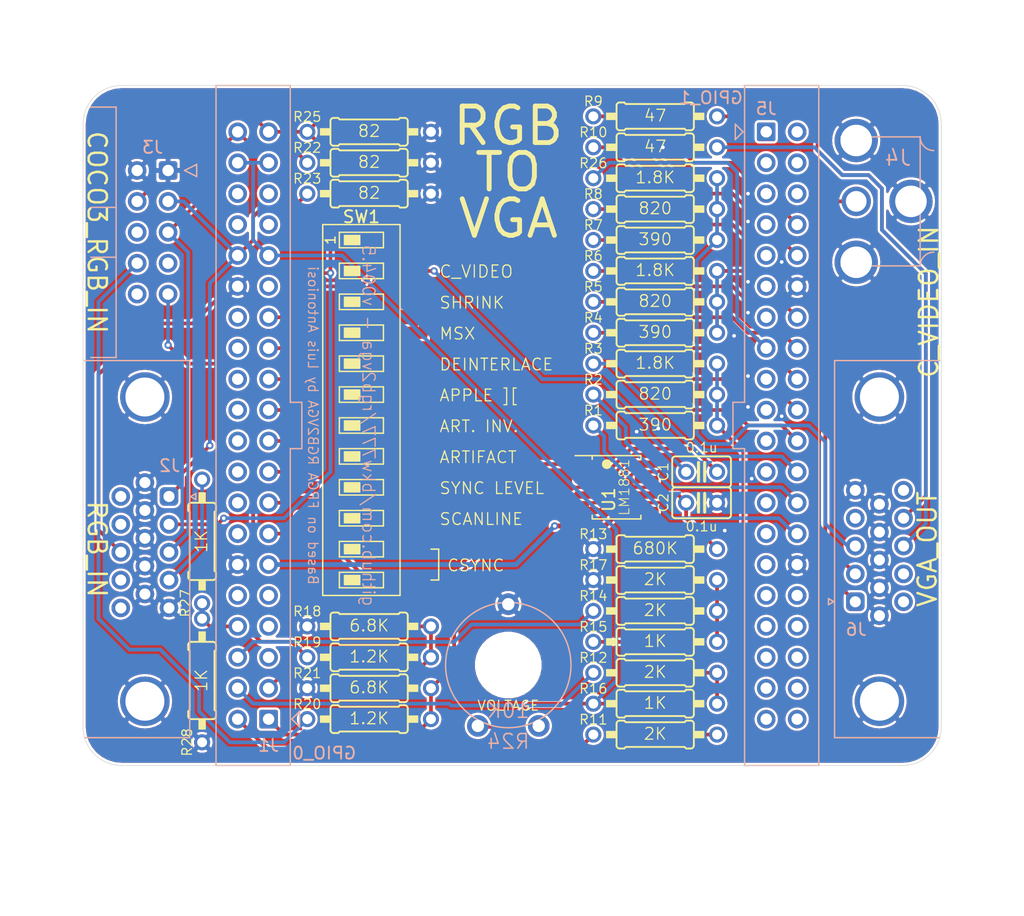
<source format=kicad_pcb>
(kicad_pcb (version 20171130) (host pcbnew 5.1.12-84ad8e8a86~92~ubuntu21.04.1)
  (title_block (title "DE0-NANO RGB2VGA") (date 2021-11-26) (rev 004.5) (company "Brian K. White - b.kenyon.w@gmail.com") (comment 1 "Original Design: Luis Antoniosi"))
  (layers (0 Top signal) (31 Bottom signal) (34 B.Paste user hide) (35 F.Paste user hide) (36 B.SilkS user) (37 F.SilkS user) (38 B.Mask user hide) (39 F.Mask user) (44 Edge.Cuts user))
  (net 0 "")
  (net 1 GND)
  (net 2 /RSET)
  (net 3 /DIFF_N)
  (net 4 +5V)
  (net 5 /_BRIGHT)
  (net 6 /D0)
  (net 7 /D1)
  (net 8 /_VSYNC)
  (net 9 /D2)
  (net 10 /_HSYNC)
  (net 11 /R2)
  (net 12 /R1)
  (net 13 /R0)
  (net 14 /G2)
  (net 15 /G1)
  (net 16 /G0)
  (net 17 /B1)
  (net 18 /B2)
  (net 19 /B0)
  (net 20 /HS)
  (net 21 /VS)
  (net 22 "Net-(R12-Pad2)")
  (net 23 "Net-(R14-Pad2)")
  (net 24 "Net-(C1-Pad2)")
  (net 25 /SW_SHRINK)
  (net 26 /SW_MSX)
  (net 27 /SW_DEINT)
  (net 28 /SW_APPLE_][)
  (net 29 /SW_ARTIF_INV)
  (net 30 /SW_ARTIFACT)
  (net 31 /SW_SYNC_LVL)
  (net 32 /SW_SCANLINE)
  (net 33 /SW_C_HS)
  (net 34 /SW_C_VS)
  (net 35 /VGA_V)
  (net 36 /VGA_H)
  (net 37 /VGA_B)
  (net 38 /VGA_G)
  (net 39 /VGA_R)
  (net 40 /RGB_CS)
  (net 41 /RGB_B)
  (net 42 /RGB_G)
  (net 43 /RGB_R)
  (net 44 /RGB_BR)
  (net 45 /RGB_H)
  (net 46 /RGB_V)
  (module 000_LOCAL:0207_10 (layer Top) (at 154.94 126.365)
    (fp_text reference R11 (at -5.08 -0.762 unlocked) (layer F.SilkS) (effects (font (size 0.8 0.8) (thickness 0.1)) (justify bottom)))
    (fp_text value 2K (at 0 0.5 unlocked) (layer F.SilkS) (effects (font (size 0.9652 0.9652) (thickness 0.1016)) (justify bottom)))
    (pad 2 thru_hole circle (at 5.08 0) (size 1.3208 1.3208) (drill 0.8128) (layers *.Cu *.Mask) (net 3 /DIFF_N))
    (pad 1 thru_hole circle (at -5.08 0) (size 1.3208 1.3208) (drill 0.8128) (layers *.Cu *.Mask) (net 9 /D2))
  )
  (module 000_LOCAL:0207_10 (layer Top) (at 154.94 123.825)
    (fp_text reference R16 (at -5.08 -0.762 unlocked) (layer F.SilkS) (effects (font (size 0.8 0.8) (thickness 0.1)) (justify bottom)))
    (fp_text value 1K (at 0 0.5 unlocked) (layer F.SilkS) (effects (font (size 0.9652 0.9652) (thickness 0.1016)) (justify bottom)))
    (pad 2 thru_hole circle (at 5.08 0) (size 1.3208 1.3208) (drill 0.8128) (layers *.Cu *.Mask) (net 22 "Net-(R12-Pad2)"))
    (pad 1 thru_hole circle (at -5.08 0) (size 1.3208 1.3208) (drill 0.8128) (layers *.Cu *.Mask) (net 3 /DIFF_N))
  )
  (module 000_LOCAL:0207_10 (layer Top) (at 154.94 121.285)
    (fp_text reference R12 (at -5.08 -0.762 unlocked) (layer F.SilkS) (effects (font (size 0.8 0.8) (thickness 0.1)) (justify bottom)))
    (fp_text value 2K (at 0 0.5 unlocked) (layer F.SilkS) (effects (font (size 0.9652 0.9652) (thickness 0.1016)) (justify bottom)))
    (pad 2 thru_hole circle (at 5.08 0) (size 1.3208 1.3208) (drill 0.8128) (layers *.Cu *.Mask) (net 22 "Net-(R12-Pad2)"))
    (pad 1 thru_hole circle (at -5.08 0) (size 1.3208 1.3208) (drill 0.8128) (layers *.Cu *.Mask) (net 7 /D1))
  )
  (module 000_LOCAL:0207_10 (layer Top) (at 154.94 118.745)
    (fp_text reference R15 (at -5.08 -0.762 unlocked) (layer F.SilkS) (effects (font (size 0.8 0.8) (thickness 0.1)) (justify bottom)))
    (fp_text value 1K (at 0 0.5 unlocked) (layer F.SilkS) (effects (font (size 0.9652 0.9652) (thickness 0.1016)) (justify bottom)))
    (pad 2 thru_hole circle (at 5.08 0) (size 1.3208 1.3208) (drill 0.8128) (layers *.Cu *.Mask) (net 23 "Net-(R14-Pad2)"))
    (pad 1 thru_hole circle (at -5.08 0) (size 1.3208 1.3208) (drill 0.8128) (layers *.Cu *.Mask) (net 22 "Net-(R12-Pad2)"))
  )
  (module 000_LOCAL:0207_10 (layer Top) (at 154.94 116.205)
    (fp_text reference R14 (at -5.08 -0.762 unlocked) (layer F.SilkS) (effects (font (size 0.8 0.8) (thickness 0.1)) (justify bottom)))
    (fp_text value 2K (at 0 0.5 unlocked) (layer F.SilkS) (effects (font (size 0.9652 0.9652) (thickness 0.1016)) (justify bottom)))
    (pad 2 thru_hole circle (at 5.08 0) (size 1.3208 1.3208) (drill 0.8128) (layers *.Cu *.Mask) (net 23 "Net-(R14-Pad2)"))
    (pad 1 thru_hole circle (at -5.08 0) (size 1.3208 1.3208) (drill 0.8128) (layers *.Cu *.Mask) (net 6 /D0))
  )
  (module 000_LOCAL:0207_10 (layer Top) (at 154.94 113.665)
    (fp_text reference R17 (at -5.08 -0.762 unlocked) (layer F.SilkS) (effects (font (size 0.8 0.8) (thickness 0.1)) (justify bottom)))
    (fp_text value 2K (at 0 0.5 unlocked) (layer F.SilkS) (effects (font (size 0.9652 0.9652) (thickness 0.1016)) (justify bottom)))
    (pad 2 thru_hole circle (at 5.08 0) (size 1.3208 1.3208) (drill 0.8128) (layers *.Cu *.Mask) (net 23 "Net-(R14-Pad2)"))
    (pad 1 thru_hole circle (at -5.08 0) (size 1.3208 1.3208) (drill 0.8128) (layers *.Cu *.Mask) (net 1 GND))
  )
  (module 000_LOCAL:0207_10 (layer Top) (at 154.94 111.125)
    (fp_text reference R13 (at -5.08 -0.762 unlocked) (layer F.SilkS) (effects (font (size 0.8 0.8) (thickness 0.1)) (justify bottom)))
    (fp_text value 680K (at 0 0.5 unlocked) (layer F.SilkS) (effects (font (size 0.9652 0.9652) (thickness 0.1016)) (justify bottom)))
    (pad 2 thru_hole circle (at 5.08 0) (size 1.3208 1.3208) (drill 0.8128) (layers *.Cu *.Mask) (net 2 /RSET))
    (pad 1 thru_hole circle (at -5.08 0) (size 1.3208 1.3208) (drill 0.8128) (layers *.Cu *.Mask) (net 1 GND))
  )
  (module 000_LOCAL:0207_10 (layer Top) (at 154.94 100.965)
    (fp_text reference R1 (at -5.08 -0.762 unlocked) (layer F.SilkS) (effects (font (size 0.8 0.8) (thickness 0.1)) (justify bottom)))
    (fp_text value 390 (at 0 0.5 unlocked) (layer F.SilkS) (effects (font (size 0.9652 0.9652) (thickness 0.1016)) (justify bottom)))
    (pad 2 thru_hole circle (at 5.08 0) (size 1.3208 1.3208) (drill 0.8128) (layers *.Cu *.Mask) (net 39 /VGA_R))
    (pad 1 thru_hole circle (at -5.08 0) (size 1.3208 1.3208) (drill 0.8128) (layers *.Cu *.Mask) (net 11 /R2))
  )
  (module 000_LOCAL:0207_10 (layer Top) (at 154.94 98.425)
    (fp_text reference R2 (at -5.08 -0.762 unlocked) (layer F.SilkS) (effects (font (size 0.8 0.8) (thickness 0.1)) (justify bottom)))
    (fp_text value 820 (at 0 0.5 unlocked) (layer F.SilkS) (effects (font (size 0.9652 0.9652) (thickness 0.1016)) (justify bottom)))
    (pad 2 thru_hole circle (at 5.08 0) (size 1.3208 1.3208) (drill 0.8128) (layers *.Cu *.Mask) (net 39 /VGA_R))
    (pad 1 thru_hole circle (at -5.08 0) (size 1.3208 1.3208) (drill 0.8128) (layers *.Cu *.Mask) (net 12 /R1))
  )
  (module 000_LOCAL:0207_10 (layer Top) (at 154.94 95.885)
    (fp_text reference R3 (at -5.08 -0.762 unlocked) (layer F.SilkS) (effects (font (size 0.8 0.8) (thickness 0.1)) (justify bottom)))
    (fp_text value 1.8K (at 0 0.5 unlocked) (layer F.SilkS) (effects (font (size 0.9652 0.9652) (thickness 0.1016)) (justify bottom)))
    (pad 2 thru_hole circle (at 5.08 0) (size 1.3208 1.3208) (drill 0.8128) (layers *.Cu *.Mask) (net 39 /VGA_R))
    (pad 1 thru_hole circle (at -5.08 0) (size 1.3208 1.3208) (drill 0.8128) (layers *.Cu *.Mask) (net 13 /R0))
  )
  (module 000_LOCAL:0207_10 (layer Top) (at 154.94 93.345)
    (fp_text reference R4 (at -5.08 -0.762 unlocked) (layer F.SilkS) (effects (font (size 0.8 0.8) (thickness 0.1)) (justify bottom)))
    (fp_text value 390 (at 0 0.5 unlocked) (layer F.SilkS) (effects (font (size 0.9652 0.9652) (thickness 0.1016)) (justify bottom)))
    (pad 2 thru_hole circle (at 5.08 0) (size 1.3208 1.3208) (drill 0.8128) (layers *.Cu *.Mask) (net 38 /VGA_G))
    (pad 1 thru_hole circle (at -5.08 0) (size 1.3208 1.3208) (drill 0.8128) (layers *.Cu *.Mask) (net 14 /G2))
  )
  (module 000_LOCAL:0207_10 (layer Top) (at 154.94 90.805)
    (fp_text reference R5 (at -5.08 -0.762 unlocked) (layer F.SilkS) (effects (font (size 0.8 0.8) (thickness 0.1)) (justify bottom)))
    (fp_text value 820 (at 0 0.5 unlocked) (layer F.SilkS) (effects (font (size 0.9652 0.9652) (thickness 0.1016)) (justify bottom)))
    (pad 2 thru_hole circle (at 5.08 0) (size 1.3208 1.3208) (drill 0.8128) (layers *.Cu *.Mask) (net 38 /VGA_G))
    (pad 1 thru_hole circle (at -5.08 0) (size 1.3208 1.3208) (drill 0.8128) (layers *.Cu *.Mask) (net 15 /G1))
  )
  (module 000_LOCAL:0207_10 (layer Top) (at 154.94 88.265)
    (fp_text reference R6 (at -5.08 -0.762 unlocked) (layer F.SilkS) (effects (font (size 0.8 0.8) (thickness 0.1)) (justify bottom)))
    (fp_text value 1.8K (at 0 0.5 unlocked) (layer F.SilkS) (effects (font (size 0.9652 0.9652) (thickness 0.1016)) (justify bottom)))
    (pad 2 thru_hole circle (at 5.08 0) (size 1.3208 1.3208) (drill 0.8128) (layers *.Cu *.Mask) (net 38 /VGA_G))
    (pad 1 thru_hole circle (at -5.08 0) (size 1.3208 1.3208) (drill 0.8128) (layers *.Cu *.Mask) (net 16 /G0))
  )
  (module 000_LOCAL:0207_10 (layer Top) (at 154.94 85.725)
    (fp_text reference R7 (at -5.08 -0.762 unlocked) (layer F.SilkS) (effects (font (size 0.8 0.8) (thickness 0.1)) (justify bottom)))
    (fp_text value 390 (at 0 0.5 unlocked) (layer F.SilkS) (effects (font (size 0.9652 0.9652) (thickness 0.1016)) (justify bottom)))
    (pad 2 thru_hole circle (at 5.08 0) (size 1.3208 1.3208) (drill 0.8128) (layers *.Cu *.Mask) (net 37 /VGA_B))
    (pad 1 thru_hole circle (at -5.08 0) (size 1.3208 1.3208) (drill 0.8128) (layers *.Cu *.Mask) (net 18 /B2))
  )
  (module 000_LOCAL:0207_10 (layer Top) (at 154.94 83.185)
    (fp_text reference R8 (at -5.08 -0.762 unlocked) (layer F.SilkS) (effects (font (size 0.8 0.8) (thickness 0.1)) (justify bottom)))
    (fp_text value 820 (at 0 0.5 unlocked) (layer F.SilkS) (effects (font (size 0.9652 0.9652) (thickness 0.1016)) (justify bottom)))
    (pad 2 thru_hole circle (at 5.08 0) (size 1.3208 1.3208) (drill 0.8128) (layers *.Cu *.Mask) (net 37 /VGA_B))
    (pad 1 thru_hole circle (at -5.08 0) (size 1.3208 1.3208) (drill 0.8128) (layers *.Cu *.Mask) (net 17 /B1))
  )
  (module 000_LOCAL:0207_10 (layer Top) (at 154.94 80.645)
    (fp_text reference R26 (at -5.08 -0.762 unlocked) (layer F.SilkS) (effects (font (size 0.8 0.8) (thickness 0.1)) (justify bottom)))
    (fp_text value 1.8K (at 0 0.5 unlocked) (layer F.SilkS) (effects (font (size 0.9652 0.9652) (thickness 0.1016)) (justify bottom)))
    (pad 2 thru_hole circle (at 5.08 0) (size 1.3208 1.3208) (drill 0.8128) (layers *.Cu *.Mask) (net 37 /VGA_B))
    (pad 1 thru_hole circle (at -5.08 0) (size 1.3208 1.3208) (drill 0.8128) (layers *.Cu *.Mask) (net 19 /B0))
  )
  (module 000_LOCAL:0207_10 (layer Top) (at 154.94 78.105)
    (fp_text reference R10 (at -5.08 -0.762 unlocked) (layer F.SilkS) (effects (font (size 0.8 0.8) (thickness 0.1)) (justify bottom)))
    (fp_text value 47 (at 0 0.5 unlocked) (layer F.SilkS) (effects (font (size 0.9652 0.9652) (thickness 0.1016)) (justify bottom)))
    (pad 2 thru_hole circle (at 5.08 0) (size 1.3208 1.3208) (drill 0.8128) (layers *.Cu *.Mask) (net 36 /VGA_H))
    (pad 1 thru_hole circle (at -5.08 0) (size 1.3208 1.3208) (drill 0.8128) (layers *.Cu *.Mask) (net 20 /HS))
  )
  (module 000_LOCAL:0207_10 (layer Top) (at 154.94 75.565)
    (fp_text reference R9 (at -5.08 -0.762 unlocked) (layer F.SilkS) (effects (font (size 0.8 0.8) (thickness 0.1)) (justify bottom)))
    (fp_text value 47 (at 0 0.5 unlocked) (layer F.SilkS) (effects (font (size 0.9652 0.9652) (thickness 0.1016)) (justify bottom)))
    (pad 2 thru_hole circle (at 5.08 0) (size 1.3208 1.3208) (drill 0.8128) (layers *.Cu *.Mask) (net 35 /VGA_V))
    (pad 1 thru_hole circle (at -5.08 0) (size 1.3208 1.3208) (drill 0.8128) (layers *.Cu *.Mask) (net 21 /VS))
  )
  (module 000_LOCAL:0207_10 (layer Top) (at 131.445 120.015)
    (fp_text reference R19 (at -5.08 -0.762 unlocked) (layer F.SilkS) (effects (font (size 0.8 0.8) (thickness 0.1)) (justify bottom)))
    (fp_text value 1.2K (at 0 0.5 unlocked) (layer F.SilkS) (effects (font (size 0.9652 0.9652) (thickness 0.1016)) (justify bottom)))
    (pad 2 thru_hole circle (at 5.08 0) (size 1.3208 1.3208) (drill 0.8128) (layers *.Cu *.Mask) (net 8 /_VSYNC))
    (pad 1 thru_hole circle (at -5.08 0) (size 1.3208 1.3208) (drill 0.8128) (layers *.Cu *.Mask) (net 46 /RGB_V))
  )
  (module 000_LOCAL:0207_10 (layer Top) (at 117.729 110.49 90)
    (fp_text reference R27 (at -5.08 -0.889 90 unlocked) (layer F.SilkS) (effects (font (size 0.8 0.8) (thickness 0.1)) (justify bottom)))
    (fp_text value 1K (at 0 0.5 90 unlocked) (layer F.SilkS) (effects (font (size 0.9652 0.9652) (thickness 0.1016)) (justify bottom)))
    (pad 2 thru_hole circle (at 5.08 0 90) (size 1.3208 1.3208) (drill 0.8128) (layers *.Cu *.Mask) (net 44 /RGB_BR))
    (pad 1 thru_hole circle (at -5.08 0 90) (size 1.3208 1.3208) (drill 0.8128) (layers *.Cu *.Mask) (net 5 /_BRIGHT))
  )
  (module 000_LOCAL:0207_10 (layer Top) (at 117.729 121.92 90)
    (fp_text reference R28 (at -5.08 -0.762 90 unlocked) (layer F.SilkS) (effects (font (size 0.8 0.8) (thickness 0.1)) (justify bottom)))
    (fp_text value 1K (at 0 0.5 90 unlocked) (layer F.SilkS) (effects (font (size 0.9652 0.9652) (thickness 0.1016)) (justify bottom)))
    (pad 2 thru_hole circle (at 5.08 0 90) (size 1.3208 1.3208) (drill 0.8128) (layers *.Cu *.Mask) (net 5 /_BRIGHT))
    (pad 1 thru_hole circle (at -5.08 0 90) (size 1.3208 1.3208) (drill 0.8128) (layers *.Cu *.Mask) (net 1 GND))
  )
  (module 000_LOCAL:0207_10 (layer Top) (at 131.445 125.095)
    (fp_text reference R20 (at -5.08 -0.762 unlocked) (layer F.SilkS) (effects (font (size 0.8 0.8) (thickness 0.1)) (justify bottom)))
    (fp_text value 1.2K (at 0 0.5 unlocked) (layer F.SilkS) (effects (font (size 0.9652 0.9652) (thickness 0.1016)) (justify bottom)))
    (pad 2 thru_hole circle (at 5.08 0) (size 1.3208 1.3208) (drill 0.8128) (layers *.Cu *.Mask) (net 10 /_HSYNC))
    (pad 1 thru_hole circle (at -5.08 0) (size 1.3208 1.3208) (drill 0.8128) (layers *.Cu *.Mask) (net 45 /RGB_H))
  )
  (module 000_LOCAL:0207_10 (layer Top) (at 131.445 122.555)
    (fp_text reference R21 (at -5.08 -0.762 unlocked) (layer F.SilkS) (effects (font (size 0.8 0.8) (thickness 0.1)) (justify bottom)))
    (fp_text value 6.8K (at 0 0.5 unlocked) (layer F.SilkS) (effects (font (size 0.9652 0.9652) (thickness 0.1016)) (justify bottom)))
    (pad 2 thru_hole circle (at 5.08 0) (size 1.3208 1.3208) (drill 0.8128) (layers *.Cu *.Mask) (net 10 /_HSYNC))
    (pad 1 thru_hole circle (at -5.08 0) (size 1.3208 1.3208) (drill 0.8128) (layers *.Cu *.Mask) (net 1 GND))
  )
  (module 000_LOCAL:0207_10 (layer Top) (at 131.445 117.475)
    (fp_text reference R18 (at -5.08 -0.762 unlocked) (layer F.SilkS) (effects (font (size 0.8 0.8) (thickness 0.1)) (justify bottom)))
    (fp_text value 6.8K (at 0 0.5 unlocked) (layer F.SilkS) (effects (font (size 0.9652 0.9652) (thickness 0.1016)) (justify bottom)))
    (pad 2 thru_hole circle (at 5.08 0) (size 1.3208 1.3208) (drill 0.8128) (layers *.Cu *.Mask) (net 8 /_VSYNC))
    (pad 1 thru_hole circle (at -5.08 0) (size 1.3208 1.3208) (drill 0.8128) (layers *.Cu *.Mask) (net 1 GND))
  )
  (module 000_LOCAL:0207_10 (layer Top) (at 131.445 81.915)
    (fp_text reference R23 (at -5.08 -0.762 unlocked) (layer F.SilkS) (effects (font (size 0.8 0.8) (thickness 0.1)) (justify bottom)))
    (fp_text value 82 (at 0 0.5 unlocked) (layer F.SilkS) (effects (font (size 0.9652 0.9652) (thickness 0.1016)) (justify bottom)))
    (pad 2 thru_hole circle (at 5.08 0) (size 1.3208 1.3208) (drill 0.8128) (layers *.Cu *.Mask) (net 1 GND))
    (pad 1 thru_hole circle (at -5.08 0) (size 1.3208 1.3208) (drill 0.8128) (layers *.Cu *.Mask) (net 43 /RGB_R))
  )
  (module 000_LOCAL:0207_10 (layer Top) (at 131.445 79.375)
    (fp_text reference R22 (at -5.08 -0.762 unlocked) (layer F.SilkS) (effects (font (size 0.8 0.8) (thickness 0.1)) (justify bottom)))
    (fp_text value 82 (at 0 0.5 unlocked) (layer F.SilkS) (effects (font (size 0.9652 0.9652) (thickness 0.1016)) (justify bottom)))
    (pad 2 thru_hole circle (at 5.08 0) (size 1.3208 1.3208) (drill 0.8128) (layers *.Cu *.Mask) (net 1 GND))
    (pad 1 thru_hole circle (at -5.08 0) (size 1.3208 1.3208) (drill 0.8128) (layers *.Cu *.Mask) (net 41 /RGB_B))
  )
  (module 000_LOCAL:0207_10 (layer Top) (at 131.445 76.835)
    (fp_text reference R25 (at -5.08 -0.762 unlocked) (layer F.SilkS) (effects (font (size 0.8 0.8) (thickness 0.1)) (justify bottom)))
    (fp_text value 82 (at 0 0.5 unlocked) (layer F.SilkS) (effects (font (size 0.9652 0.9652) (thickness 0.1016)) (justify bottom)))
    (pad 2 thru_hole circle (at 5.08 0) (size 1.3208 1.3208) (drill 0.8128) (layers *.Cu *.Mask) (net 1 GND))
    (pad 1 thru_hole circle (at -5.08 0) (size 1.3208 1.3208) (drill 0.8128) (layers *.Cu *.Mask) (net 42 /RGB_G))
  )
  (module 000_LOCAL:DE0-Nano_no_cover (layer Top) (at 143.637 103.642 270)
    (fp_text reference REF** hide)
    (fp_text value DE0-Nano_no_cover)
  )
  (module 000_LOCAL:IDC-Header_2x05_P2.54mm_Horizontal (layer Bottom) (at 114.935 80.01 180)
    (fp_text reference J3 (at 1.27 1.905) (layer B.SilkS) (effects (justify mirror)))
    (fp_text value COCO3_RGB_IN (at 5.842 -5.08 270 unlocked) (layer F.SilkS) (effects (font (size 1.5 1.5) (thickness 0.2))))
    (pad 10 thru_hole circle (at 2.54 -10.16 180) (size 1.524 1.524) (drill 0.9398) (layers *.Cu *.Mask))
    (pad 8 thru_hole circle (at 2.54 -7.62 180) (size 1.524 1.524) (drill 0.9398) (layers *.Cu *.Mask) (net 45 /RGB_H))
    (pad 6 thru_hole circle (at 2.54 -5.08 180) (size 1.524 1.524) (drill 0.9398) (layers *.Cu *.Mask))
    (pad 4 thru_hole circle (at 2.54 -2.54 180) (size 1.524 1.524) (drill 0.9398) (layers *.Cu *.Mask) (net 42 /RGB_G))
    (pad 2 thru_hole circle (at 2.54 0 180) (size 1.524 1.524) (drill 0.9398) (layers *.Cu *.Mask) (net 1 GND))
    (pad 9 thru_hole circle (at 0 -10.16 180) (size 1.524 1.524) (drill 0.9398) (layers *.Cu *.Mask) (net 46 /RGB_V))
    (pad 7 thru_hole circle (at 0 -7.62 180) (size 1.524 1.524) (drill 0.9398) (layers *.Cu *.Mask))
    (pad 5 thru_hole circle (at 0 -5.08 180) (size 1.524 1.524) (drill 0.9398) (layers *.Cu *.Mask) (net 41 /RGB_B))
    (pad 3 thru_hole circle (at 0 -2.54 180) (size 1.524 1.524) (drill 0.9398) (layers *.Cu *.Mask) (net 43 /RGB_R))
    (pad 1 thru_hole roundrect (at 0 0 180) (size 1.524 1.524) (drill 0.9398) (layers *.Cu *.Mask) (roundrect_rratio 0.147) (net 1 GND))
  )
  (module 000_LOCAL:RCA (layer Bottom) (at 171.45 82.55 90)
    (fp_text reference J4 (at 4.318 3.429 unlocked) (layer B.SilkS) (effects (font (size 1.27 1.27)) (justify top mirror)))
    (fp_text value C_VIDEO_IN (at -8.255 5.08 90 unlocked) (layer F.SilkS) (effects (font (size 1.5 1.5) (thickness 0.2)) (justify top)))
    (pad 1 thru_hole circle (at 0 0 270) (size 2.413 2.413) (drill 1.7018) (layers *.Cu *.Mask) (net 42 /RGB_G))
    (pad 2 thru_hole circle (at 0 4.4958 90) (size 3.556 3.556) (drill 2.5908) (layers *.Cu *.Mask) (net 1 GND))
    (pad 2 thru_hole circle (at 5.0038 0 90) (size 3.556 3.556) (drill 2.5908) (layers *.Cu *.Mask) (net 1 GND))
    (pad 2 thru_hole circle (at -5.0038 0 90) (size 3.556 3.556) (drill 2.5908) (layers *.Cu *.Mask) (net 1 GND))
  )
  (module 000_LOCAL:PT10Lx-hole (layer Bottom) (at 142.875 120.65 180)
    (fp_text reference R24 (at 0 -6.985 unlocked) (layer B.SilkS) (effects (font (size 1.2065 1.2065) (thickness 0.127)) (justify bottom mirror)))
    (fp_text value 10K (at 0 -4.445 unlocked) (layer B.SilkS) (effects (font (size 1.2065 1.2065) (thickness 0.127)) (justify bottom mirror)))
    (pad "" np_thru_hole circle (at 0 0 180) (size 5.08 5.08) (drill 5.08) (layers *.Cu *.Mask))
    (pad 2 thru_hole circle (at 0 5 180) (size 1.778 1.778) (drill 1.016) (layers *.Cu *.Mask) (net 1 GND))
    (pad 3 thru_hole circle (at 2.5 -5 180) (size 1.778 1.778) (drill 1.016) (layers *.Cu *.Mask) (net 3 /DIFF_N))
    (pad 1 thru_hole circle (at -2.5 -5 180) (size 1.778 1.778) (drill 1.016) (layers *.Cu *.Mask))
  )
  (module 000_LOCAL:SW_DIP_SPSTx12_Slide_6.7x32.04mm_W8.61mm_P2.54mm_LowProfile (layer Top) (at 130.81 99.695)
    (fp_text reference SW1 (at 0 -15.875) (layer F.SilkS))
    (fp_text value SW_DIP_x12)
    (fp_text user 1 (at -2.54 -13.97 -90) (layer F.SilkS) (effects (font (size 0.8128 0.8128) (thickness 0.127))))
    (pad 24 smd roundrect (at 4.432 -13.97) (size 2 1) (layers Top F.Paste F.Mask))
    (pad 12 smd roundrect (at -4.432 13.97) (size 2 1) (layers Top F.Paste F.Mask) (net 8 /_VSYNC))
    (pad 23 smd roundrect (at 4.432 -11.43) (size 2 1) (layers Top F.Paste F.Mask) (net 40 /RGB_CS))
    (pad 11 smd roundrect (at -4.432 11.43) (size 2 1) (layers Top F.Paste F.Mask) (net 10 /_HSYNC))
    (pad 22 smd roundrect (at 4.432 -8.89) (size 2 1) (layers Top F.Paste F.Mask) (net 1 GND))
    (pad 10 smd roundrect (at -4.432 8.89) (size 2 1) (layers Top F.Paste F.Mask) (net 32 /SW_SCANLINE))
    (pad 21 smd roundrect (at 4.432 -6.35) (size 2 1) (layers Top F.Paste F.Mask) (net 1 GND))
    (pad 9 smd roundrect (at -4.432 6.35) (size 2 1) (layers Top F.Paste F.Mask) (net 31 /SW_SYNC_LVL))
    (pad 20 smd roundrect (at 4.432 -3.81) (size 2 1) (layers Top F.Paste F.Mask) (net 1 GND))
    (pad 8 smd roundrect (at -4.432 3.81) (size 2 1) (layers Top F.Paste F.Mask) (net 30 /SW_ARTIFACT))
    (pad 19 smd roundrect (at 4.432 -1.27) (size 2 1) (layers Top F.Paste F.Mask) (net 1 GND))
    (pad 7 smd roundrect (at -4.432 1.27) (size 2 1) (layers Top F.Paste F.Mask) (net 29 /SW_ARTIF_INV))
    (pad 18 smd roundrect (at 4.432 1.27) (size 2 1) (layers Top F.Paste F.Mask) (net 1 GND))
    (pad 6 smd roundrect (at -4.432 -1.27) (size 2 1) (layers Top F.Paste F.Mask) (net 28 /SW_APPLE_][))
    (pad 17 smd roundrect (at 4.432 3.81) (size 2 1) (layers Top F.Paste F.Mask) (net 1 GND))
    (pad 5 smd roundrect (at -4.432 -3.81) (size 2 1) (layers Top F.Paste F.Mask) (net 27 /SW_DEINT))
    (pad 16 smd roundrect (at 4.432 6.35) (size 2 1) (layers Top F.Paste F.Mask) (net 1 GND))
    (pad 4 smd roundrect (at -4.432 -6.35) (size 2 1) (layers Top F.Paste F.Mask) (net 26 /SW_MSX))
    (pad 15 smd roundrect (at 4.432 8.89) (size 2 1) (layers Top F.Paste F.Mask) (net 1 GND))
    (pad 3 smd roundrect (at -4.432 -8.89) (size 2 1) (layers Top F.Paste F.Mask) (net 25 /SW_SHRINK))
    (pad 14 smd roundrect (at 4.432 11.43) (size 2 1) (layers Top F.Paste F.Mask) (net 33 /SW_C_HS))
    (pad 2 smd roundrect (at -4.432 -11.43) (size 2 1) (layers Top F.Paste F.Mask) (net 42 /RGB_G))
    (pad 13 smd roundrect (at 4.432 13.97) (size 2 1) (layers Top F.Paste F.Mask) (net 34 /SW_C_VS))
    (pad 1 smd roundrect (at -4.432 -13.97) (size 2 1) (layers Top F.Paste F.Mask))
  )
  (module 000_LOCAL:C025-025X050 (layer Top) (at 158.75 104.775)
    (fp_text reference C1 (at -2.667 0 90 unlocked) (layer F.SilkS) (effects (font (size 0.8 0.8) (thickness 0.1)) (justify bottom)))
    (fp_text value 0.1u (at 0 -1.524 unlocked) (layer F.SilkS) (effects (font (size 0.8 0.8) (thickness 0.1)) (justify bottom)))
    (pad 2 thru_hole circle (at 1.27 0) (size 1.3208 1.3208) (drill 0.8128) (layers *.Cu *.Mask) (net 24 "Net-(C1-Pad2)"))
    (pad 1 thru_hole circle (at -1.27 0) (size 1.3208 1.3208) (drill 0.8128) (layers *.Cu *.Mask) (net 40 /RGB_CS))
  )
  (module 000_LOCAL:C025-025X050 (layer Top) (at 158.75 107.315)
    (fp_text reference C2 (at -2.667 0 90 unlocked) (layer F.SilkS) (effects (font (size 0.8 0.8) (thickness 0.1)) (justify bottom)))
    (fp_text value 0.1u (at 0 2.413 unlocked) (layer F.SilkS) (effects (font (size 0.8 0.8) (thickness 0.1)) (justify bottom)))
    (pad 2 thru_hole circle (at 1.27 0) (size 1.3208 1.3208) (drill 0.8128) (layers *.Cu *.Mask) (net 1 GND))
    (pad 1 thru_hole circle (at -1.27 0) (size 1.3208 1.3208) (drill 0.8128) (layers *.Cu *.Mask) (net 2 /RSET))
  )
  (module 000_LOCAL:HD15-SN-25 (layer Bottom) (at 173.355 111.125 270)
    (fp_text reference J6 (at 6.604 1.905) (layer B.SilkS) (effects (justify mirror)))
    (fp_text value VGA_OUT (at 0 -3.937 90 unlocked) (layer F.SilkS) (effects (font (size 1.5 1.5) (thickness 0.2))))
    (pad 0 thru_hole circle (at 12.5 0 270) (size 4.064 4.064) (drill 3.2004) (layers *.Cu *.Mask) (net 1 GND))
    (pad 0 thru_hole circle (at -12.5 0 270) (size 4.064 4.064) (drill 3.2004) (layers *.Cu *.Mask) (net 1 GND))
    (pad 15 thru_hole circle (at -4.834 -1.98 270) (size 1.524 1.524) (drill 0.9144) (layers *.Cu *.Mask))
    (pad 14 thru_hole circle (at -2.544 -1.98 270) (size 1.524 1.524) (drill 0.9144) (layers *.Cu *.Mask) (net 35 /VGA_V))
    (pad 13 thru_hole circle (at -0.254 -1.98 270) (size 1.524 1.524) (drill 0.9144) (layers *.Cu *.Mask) (net 36 /VGA_H))
    (pad 12 thru_hole circle (at 2.036 -1.98 270) (size 1.524 1.524) (drill 0.9144) (layers *.Cu *.Mask))
    (pad 11 thru_hole circle (at 4.326 -1.98 270) (size 1.524 1.524) (drill 0.9144) (layers *.Cu *.Mask))
    (pad 10 thru_hole circle (at -3.689 0 270) (size 1.524 1.524) (drill 0.9144) (layers *.Cu *.Mask) (net 1 GND))
    (pad 9 thru_hole circle (at -1.399 0 270) (size 1.524 1.524) (drill 0.9144) (layers *.Cu *.Mask) (net 1 GND))
    (pad 8 thru_hole circle (at 0.891 0 270) (size 1.524 1.524) (drill 0.9144) (layers *.Cu *.Mask) (net 1 GND))
    (pad 7 thru_hole circle (at 3.181 0 270) (size 1.524 1.524) (drill 0.9144) (layers *.Cu *.Mask) (net 1 GND))
    (pad 6 thru_hole circle (at 5.471 0 270) (size 1.524 1.524) (drill 0.9144) (layers *.Cu *.Mask) (net 1 GND))
    (pad 5 thru_hole circle (at -4.834 1.98 270) (size 1.524 1.524) (drill 0.9144) (layers *.Cu *.Mask) (net 1 GND))
    (pad 4 thru_hole circle (at -2.544 1.98 270) (size 1.524 1.524) (drill 0.9144) (layers *.Cu *.Mask))
    (pad 3 thru_hole circle (at -0.254 1.98 270) (size 1.524 1.524) (drill 0.9144) (layers *.Cu *.Mask) (net 37 /VGA_B))
    (pad 2 thru_hole circle (at 2.036 1.98 270) (size 1.524 1.524) (drill 0.9144) (layers *.Cu *.Mask) (net 38 /VGA_G))
    (pad 1 thru_hole roundrect (at 4.326 1.98 270) (size 1.524 1.524) (drill 0.9144) (layers *.Cu *.Mask) (net 39 /VGA_R))
  )
  (module 000_LOCAL:HD15-SN-25 (layer Bottom) (at 113.03 111.125 90)
    (fp_text reference J2 (at 6.858 2.032) (layer B.SilkS) (effects (justify mirror)))
    (fp_text value RGB_IN (at 0 -3.937 -90 unlocked) (layer F.SilkS) (effects (font (size 1.5 1.5) (thickness 0.2))))
    (pad 0 thru_hole circle (at 12.5 0 90) (size 4.064 4.064) (drill 3.2004) (layers *.Cu *.Mask) (net 1 GND))
    (pad 0 thru_hole circle (at -12.5 0 90) (size 4.064 4.064) (drill 3.2004) (layers *.Cu *.Mask) (net 1 GND))
    (pad 15 thru_hole circle (at -4.834 -1.98 90) (size 1.524 1.524) (drill 0.9144) (layers *.Cu *.Mask))
    (pad 14 thru_hole circle (at -2.544 -1.98 90) (size 1.524 1.524) (drill 0.9144) (layers *.Cu *.Mask))
    (pad 13 thru_hole circle (at -0.254 -1.98 90) (size 1.524 1.524) (drill 0.9144) (layers *.Cu *.Mask) (net 40 /RGB_CS))
    (pad 12 thru_hole circle (at 2.036 -1.98 90) (size 1.524 1.524) (drill 0.9144) (layers *.Cu *.Mask))
    (pad 11 thru_hole circle (at 4.326 -1.98 90) (size 1.524 1.524) (drill 0.9144) (layers *.Cu *.Mask))
    (pad 10 thru_hole circle (at -3.689 0 90) (size 1.524 1.524) (drill 0.9144) (layers *.Cu *.Mask) (net 1 GND))
    (pad 9 thru_hole circle (at -1.399 0 90) (size 1.524 1.524) (drill 0.9144) (layers *.Cu *.Mask) (net 1 GND))
    (pad 8 thru_hole circle (at 0.891 0 90) (size 1.524 1.524) (drill 0.9144) (layers *.Cu *.Mask) (net 1 GND))
    (pad 7 thru_hole circle (at 3.181 0 90) (size 1.524 1.524) (drill 0.9144) (layers *.Cu *.Mask) (net 1 GND))
    (pad 6 thru_hole circle (at 5.471 0 90) (size 1.524 1.524) (drill 0.9144) (layers *.Cu *.Mask) (net 1 GND))
    (pad 5 thru_hole circle (at -4.834 1.98 90) (size 1.524 1.524) (drill 0.9144) (layers *.Cu *.Mask) (net 1 GND))
    (pad 4 thru_hole circle (at -2.544 1.98 90) (size 1.524 1.524) (drill 0.9144) (layers *.Cu *.Mask) (net 44 /RGB_BR))
    (pad 3 thru_hole circle (at -0.254 1.98 90) (size 1.524 1.524) (drill 0.9144) (layers *.Cu *.Mask) (net 41 /RGB_B))
    (pad 2 thru_hole circle (at 2.036 1.98 90) (size 1.524 1.524) (drill 0.9144) (layers *.Cu *.Mask) (net 42 /RGB_G))
    (pad 1 thru_hole roundrect (at 4.326 1.98 90) (size 1.524 1.524) (drill 0.9144) (layers *.Cu *.Mask) (net 43 /RGB_R))
  )
  (module 000_LOCAL:PinSocket_2x20_P2.54mm_Vertical (layer Bottom) (at 164.0586 76.835 180)
    (fp_text reference J5 (at 0 1.905 unlocked) (layer B.SilkS) (effects (justify mirror)))
    (fp_text value GPIO_1 (at 4.5466 2.794 unlocked) (layer B.SilkS) (effects (justify mirror)))
    (pad 40 thru_hole circle (at -2.54 -48.26 180) (size 1.524 1.524) (drill 0.9398) (layers *.Cu *.Mask))
    (pad 39 thru_hole circle (at 0 -48.26 180) (size 1.524 1.524) (drill 0.9398) (layers *.Cu *.Mask))
    (pad 38 thru_hole circle (at -2.54 -45.72 180) (size 1.524 1.524) (drill 0.9398) (layers *.Cu *.Mask))
    (pad 37 thru_hole circle (at 0 -45.72 180) (size 1.524 1.524) (drill 0.9398) (layers *.Cu *.Mask))
    (pad 36 thru_hole circle (at -2.54 -43.18 180) (size 1.524 1.524) (drill 0.9398) (layers *.Cu *.Mask))
    (pad 35 thru_hole circle (at 0 -43.18 180) (size 1.524 1.524) (drill 0.9398) (layers *.Cu *.Mask))
    (pad 34 thru_hole circle (at -2.54 -40.64 180) (size 1.524 1.524) (drill 0.9398) (layers *.Cu *.Mask))
    (pad 33 thru_hole circle (at 0 -40.64 180) (size 1.524 1.524) (drill 0.9398) (layers *.Cu *.Mask))
    (pad 32 thru_hole circle (at -2.54 -38.1 180) (size 1.524 1.524) (drill 0.9398) (layers *.Cu *.Mask))
    (pad 31 thru_hole circle (at 0 -38.1 180) (size 1.524 1.524) (drill 0.9398) (layers *.Cu *.Mask))
    (pad 30 thru_hole circle (at -2.54 -35.56 180) (size 1.524 1.524) (drill 0.9398) (layers *.Cu *.Mask) (net 1 GND))
    (pad 29 thru_hole circle (at 0 -35.56 180) (size 1.524 1.524) (drill 0.9398) (layers *.Cu *.Mask))
    (pad 28 thru_hole circle (at -2.54 -33.02 180) (size 1.524 1.524) (drill 0.9398) (layers *.Cu *.Mask) (net 11 /R2))
    (pad 27 thru_hole circle (at 0 -33.02 180) (size 1.524 1.524) (drill 0.9398) (layers *.Cu *.Mask))
    (pad 26 thru_hole circle (at -2.54 -30.48 180) (size 1.524 1.524) (drill 0.9398) (layers *.Cu *.Mask) (net 12 /R1))
    (pad 25 thru_hole circle (at 0 -30.48 180) (size 1.524 1.524) (drill 0.9398) (layers *.Cu *.Mask))
    (pad 24 thru_hole circle (at -2.54 -27.94 180) (size 1.524 1.524) (drill 0.9398) (layers *.Cu *.Mask) (net 13 /R0))
    (pad 23 thru_hole circle (at 0 -27.94 180) (size 1.524 1.524) (drill 0.9398) (layers *.Cu *.Mask))
    (pad 22 thru_hole circle (at -2.54 -25.4 180) (size 1.524 1.524) (drill 0.9398) (layers *.Cu *.Mask) (net 14 /G2))
    (pad 21 thru_hole circle (at 0 -25.4 180) (size 1.524 1.524) (drill 0.9398) (layers *.Cu *.Mask))
    (pad 20 thru_hole circle (at -2.54 -22.86 180) (size 1.524 1.524) (drill 0.9398) (layers *.Cu *.Mask) (net 15 /G1))
    (pad 19 thru_hole circle (at 0 -22.86 180) (size 1.524 1.524) (drill 0.9398) (layers *.Cu *.Mask))
    (pad 18 thru_hole circle (at -2.54 -20.32 180) (size 1.524 1.524) (drill 0.9398) (layers *.Cu *.Mask) (net 16 /G0))
    (pad 17 thru_hole circle (at 0 -20.32 180) (size 1.524 1.524) (drill 0.9398) (layers *.Cu *.Mask))
    (pad 16 thru_hole circle (at -2.54 -17.78 180) (size 1.524 1.524) (drill 0.9398) (layers *.Cu *.Mask) (net 18 /B2))
    (pad 15 thru_hole circle (at 0 -17.78 180) (size 1.524 1.524) (drill 0.9398) (layers *.Cu *.Mask) (net 19 /B0))
    (pad 14 thru_hole circle (at -2.54 -15.24 180) (size 1.524 1.524) (drill 0.9398) (layers *.Cu *.Mask) (net 17 /B1))
    (pad 13 thru_hole circle (at 0 -15.24 180) (size 1.524 1.524) (drill 0.9398) (layers *.Cu *.Mask))
    (pad 12 thru_hole circle (at -2.54 -12.7 180) (size 1.524 1.524) (drill 0.9398) (layers *.Cu *.Mask) (net 1 GND))
    (pad 11 thru_hole circle (at 0 -12.7 180) (size 1.524 1.524) (drill 0.9398) (layers *.Cu *.Mask))
    (pad 10 thru_hole circle (at -2.54 -10.16 180) (size 1.524 1.524) (drill 0.9398) (layers *.Cu *.Mask) (net 20 /HS))
    (pad 9 thru_hole circle (at 0 -10.16 180) (size 1.524 1.524) (drill 0.9398) (layers *.Cu *.Mask))
    (pad 8 thru_hole circle (at -2.54 -7.62 180) (size 1.524 1.524) (drill 0.9398) (layers *.Cu *.Mask) (net 21 /VS))
    (pad 7 thru_hole circle (at 0 -7.62 180) (size 1.524 1.524) (drill 0.9398) (layers *.Cu *.Mask))
    (pad 6 thru_hole circle (at -2.54 -5.08 180) (size 1.524 1.524) (drill 0.9398) (layers *.Cu *.Mask))
    (pad 5 thru_hole circle (at 0 -5.08 180) (size 1.524 1.524) (drill 0.9398) (layers *.Cu *.Mask))
    (pad 4 thru_hole circle (at -2.54 -2.54 180) (size 1.524 1.524) (drill 0.9398) (layers *.Cu *.Mask))
    (pad 3 thru_hole circle (at 0 -2.54 180) (size 1.524 1.524) (drill 0.9398) (layers *.Cu *.Mask))
    (pad 2 thru_hole circle (at -2.54 0 180) (size 1.524 1.524) (drill 0.9398) (layers *.Cu *.Mask))
    (pad 1 thru_hole roundrect (at 0 0 180) (size 1.524 1.524) (drill 0.9398) (layers *.Cu *.Mask) (roundrect_rratio 0.1))
  )
  (module 000_LOCAL:PinSocket_2x20_P2.54mm_Vertical (layer Bottom) (at 123.19 125.095)
    (fp_text reference J1 (at 0 2.159 unlocked) (layer B.SilkS) (effects (justify mirror)))
    (fp_text value GPIO_0 (at 4.572 2.794 unlocked) (layer B.SilkS) (effects (justify mirror)))
    (pad 40 thru_hole circle (at -2.54 -48.26) (size 1.524 1.524) (drill 0.9398) (layers *.Cu *.Mask) (net 41 /RGB_B))
    (pad 39 thru_hole circle (at 0 -48.26) (size 1.524 1.524) (drill 0.9398) (layers *.Cu *.Mask) (net 42 /RGB_G))
    (pad 38 thru_hole circle (at -2.54 -45.72) (size 1.524 1.524) (drill 0.9398) (layers *.Cu *.Mask) (net 3 /DIFF_N))
    (pad 37 thru_hole circle (at 0 -45.72) (size 1.524 1.524) (drill 0.9398) (layers *.Cu *.Mask) (net 3 /DIFF_N))
    (pad 36 thru_hole circle (at -2.54 -43.18) (size 1.524 1.524) (drill 0.9398) (layers *.Cu *.Mask))
    (pad 35 thru_hole circle (at 0 -43.18) (size 1.524 1.524) (drill 0.9398) (layers *.Cu *.Mask))
    (pad 34 thru_hole circle (at -2.54 -40.64) (size 1.524 1.524) (drill 0.9398) (layers *.Cu *.Mask))
    (pad 33 thru_hole circle (at 0 -40.64) (size 1.524 1.524) (drill 0.9398) (layers *.Cu *.Mask))
    (pad 32 thru_hole circle (at -2.54 -38.1) (size 1.524 1.524) (drill 0.9398) (layers *.Cu *.Mask) (net 43 /RGB_R))
    (pad 31 thru_hole circle (at 0 -38.1) (size 1.524 1.524) (drill 0.9398) (layers *.Cu *.Mask) (net 3 /DIFF_N))
    (pad 30 thru_hole circle (at -2.54 -35.56) (size 1.524 1.524) (drill 0.9398) (layers *.Cu *.Mask) (net 1 GND))
    (pad 29 thru_hole circle (at 0 -35.56) (size 1.524 1.524) (drill 0.9398) (layers *.Cu *.Mask))
    (pad 28 thru_hole circle (at -2.54 -33.02) (size 1.524 1.524) (drill 0.9398) (layers *.Cu *.Mask))
    (pad 27 thru_hole circle (at 0 -33.02) (size 1.524 1.524) (drill 0.9398) (layers *.Cu *.Mask) (net 25 /SW_SHRINK))
    (pad 26 thru_hole circle (at -2.54 -30.48) (size 1.524 1.524) (drill 0.9398) (layers *.Cu *.Mask))
    (pad 25 thru_hole circle (at 0 -30.48) (size 1.524 1.524) (drill 0.9398) (layers *.Cu *.Mask) (net 26 /SW_MSX))
    (pad 24 thru_hole circle (at -2.54 -27.94) (size 1.524 1.524) (drill 0.9398) (layers *.Cu *.Mask))
    (pad 23 thru_hole circle (at 0 -27.94) (size 1.524 1.524) (drill 0.9398) (layers *.Cu *.Mask) (net 27 /SW_DEINT))
    (pad 22 thru_hole circle (at -2.54 -25.4) (size 1.524 1.524) (drill 0.9398) (layers *.Cu *.Mask))
    (pad 21 thru_hole circle (at 0 -25.4) (size 1.524 1.524) (drill 0.9398) (layers *.Cu *.Mask) (net 28 /SW_APPLE_][))
    (pad 20 thru_hole circle (at -2.54 -22.86) (size 1.524 1.524) (drill 0.9398) (layers *.Cu *.Mask))
    (pad 19 thru_hole circle (at 0 -22.86) (size 1.524 1.524) (drill 0.9398) (layers *.Cu *.Mask) (net 29 /SW_ARTIF_INV))
    (pad 18 thru_hole circle (at -2.54 -20.32) (size 1.524 1.524) (drill 0.9398) (layers *.Cu *.Mask))
    (pad 17 thru_hole circle (at 0 -20.32) (size 1.524 1.524) (drill 0.9398) (layers *.Cu *.Mask) (net 30 /SW_ARTIFACT))
    (pad 16 thru_hole circle (at -2.54 -17.78) (size 1.524 1.524) (drill 0.9398) (layers *.Cu *.Mask))
    (pad 15 thru_hole circle (at 0 -17.78) (size 1.524 1.524) (drill 0.9398) (layers *.Cu *.Mask) (net 31 /SW_SYNC_LVL))
    (pad 14 thru_hole circle (at -2.54 -15.24) (size 1.524 1.524) (drill 0.9398) (layers *.Cu *.Mask))
    (pad 13 thru_hole circle (at 0 -15.24) (size 1.524 1.524) (drill 0.9398) (layers *.Cu *.Mask) (net 32 /SW_SCANLINE))
    (pad 12 thru_hole circle (at -2.54 -12.7) (size 1.524 1.524) (drill 0.9398) (layers *.Cu *.Mask) (net 1 GND))
    (pad 11 thru_hole circle (at 0 -12.7) (size 1.524 1.524) (drill 0.9398) (layers *.Cu *.Mask) (net 4 +5V))
    (pad 10 thru_hole circle (at -2.54 -10.16) (size 1.524 1.524) (drill 0.9398) (layers *.Cu *.Mask))
    (pad 9 thru_hole circle (at 0 -10.16) (size 1.524 1.524) (drill 0.9398) (layers *.Cu *.Mask))
    (pad 8 thru_hole circle (at -2.54 -7.62) (size 1.524 1.524) (drill 0.9398) (layers *.Cu *.Mask) (net 5 /_BRIGHT))
    (pad 7 thru_hole circle (at 0 -7.62) (size 1.524 1.524) (drill 0.9398) (layers *.Cu *.Mask))
    (pad 6 thru_hole circle (at -2.54 -5.08) (size 1.524 1.524) (drill 0.9398) (layers *.Cu *.Mask) (net 6 /D0))
    (pad 5 thru_hole circle (at 0 -5.08) (size 1.524 1.524) (drill 0.9398) (layers *.Cu *.Mask))
    (pad 4 thru_hole circle (at -2.54 -2.54) (size 1.524 1.524) (drill 0.9398) (layers *.Cu *.Mask) (net 7 /D1))
    (pad 3 thru_hole circle (at 0 -2.54) (size 1.524 1.524) (drill 0.9398) (layers *.Cu *.Mask) (net 8 /_VSYNC))
    (pad 2 thru_hole circle (at -2.54 0) (size 1.524 1.524) (drill 0.9398) (layers *.Cu *.Mask) (net 9 /D2))
    (pad 1 thru_hole roundrect (at 0 0) (size 1.524 1.524) (drill 0.9398) (layers *.Cu *.Mask) (roundrect_rratio 0.1) (net 10 /_HSYNC))
  )
  (module 000_LOCAL:SOIC-8_4x5 (layer Top) (at 151.765 106.045)
    (fp_text reference U1 (at -0.635 1.016 90) (layer F.SilkS))
    (fp_text value LM1881 (at 0.635 0 90) (layer F.SilkS) (effects (font (size 0.8128 0.8128) (thickness 0.0762))))
    (pad 8 smd roundrect (at 2.475 -1.905) (size 1.95 0.6) (layers Top F.Paste F.Mask) (net 4 +5V))
    (pad 7 smd roundrect (at 2.475 -0.635) (size 1.95 0.6) (layers Top F.Paste F.Mask))
    (pad 6 smd roundrect (at 2.475 0.635) (size 1.95 0.6) (layers Top F.Paste F.Mask) (net 2 /RSET))
    (pad 5 smd roundrect (at 2.475 1.905) (size 1.95 0.6) (layers Top F.Paste F.Mask))
    (pad 4 smd roundrect (at -2.475 1.905) (size 1.95 0.6) (layers Top F.Paste F.Mask) (net 1 GND))
    (pad 3 smd roundrect (at -2.475 0.635) (size 1.95 0.6) (layers Top F.Paste F.Mask) (net 34 /SW_C_VS))
    (pad 2 smd roundrect (at -2.475 -0.635) (size 1.95 0.6) (layers Top F.Paste F.Mask) (net 24 "Net-(C1-Pad2)"))
    (pad 1 smd roundrect (at -2.475 -1.905) (size 1.95 0.6) (layers Top F.Paste F.Mask) (net 33 /SW_C_HS))
  )
  (gr_text VGA (at 142.875 85.725) (layer F.SilkS) (effects (font (size 3 3) (thickness 0.4)) (justify bottom)))
  (gr_text TO (at 142.875 81.915) (layer F.SilkS) (effects (font (size 3 3) (thickness 0.4)) (justify bottom)))
  (gr_text RGB (at 142.875 78.105) (layer F.SilkS) (effects (font (size 3 3) (thickness 0.4)) (justify bottom)))
  (gr_line (start 137.16 111.125) (end 136.525 111.125) (layer F.SilkS) (width 0.12))
  (gr_line (start 137.16 113.665) (end 137.16 111.125) (layer F.SilkS) (width 0.12))
  (gr_line (start 136.525 113.665) (end 137.16 113.665) (layer F.SilkS) (width 0.12))
  (gr_text CSYNC (at 137.795 113.03) (layer F.SilkS) (effects (font (size 0.9652 0.9652) (thickness 0.1016)) (justify left bottom)))
  (gr_text "github.com/bkw777/rgb2vga - v004.5" (at 130.81 100.965 -90) (layer B.SilkS) (effects (font (size 1 1) (thickness 0.1)) (justify bottom mirror)))
  (gr_arc (start 111.125 125.73) (end 107.95 125.73) (angle -90) (layer Edge.Cuts) (width 0.05))
  (gr_arc (start 175.26 125.73) (end 175.26 128.905) (angle -90) (layer Edge.Cuts) (width 0.05))
  (gr_arc (start 111.125 76.2) (end 111.125 73.025) (angle -90) (layer Edge.Cuts) (width 0.05))
  (gr_arc (start 175.26 76.2) (end 178.435 76.2) (angle -90) (layer Edge.Cuts) (width 0.05))
  (gr_line (start 178.435 125.73) (end 178.435 76.2) (layer Edge.Cuts) (width 0.05))
  (gr_line (start 111.125 128.905) (end 175.26 128.905) (layer Edge.Cuts) (width 0.05))
  (gr_line (start 175.26 73.025) (end 111.125 73.025) (layer Edge.Cuts) (width 0.05))
  (gr_line (start 107.95 76.2) (end 107.95 125.73) (layer Edge.Cuts) (width 0.05))
  (gr_text SCANLINE (at 137.16 109.22) (layer F.SilkS) (effects (font (size 0.9652 0.9652) (thickness 0.1016)) (justify left bottom)))
  (gr_text "SYNC LEVEL" (at 137.16 106.68) (layer F.SilkS) (effects (font (size 0.9652 0.9652) (thickness 0.1016)) (justify left bottom)))
  (gr_text ARTIFACT (at 137.16 104.14) (layer F.SilkS) (effects (font (size 0.9652 0.9652) (thickness 0.1016)) (justify left bottom)))
  (gr_text "ART. INV." (at 137.16 101.6) (layer F.SilkS) (effects (font (size 0.9652 0.9652) (thickness 0.1016)) (justify left bottom)))
  (gr_text DEINTERLACE (at 137.16 96.52) (layer F.SilkS) (effects (font (size 0.9652 0.9652) (thickness 0.1016)) (justify left bottom)))
  (gr_text SHRINK (at 137.16 91.44) (layer F.SilkS) (effects (font (size 0.9652 0.9652) (thickness 0.1016)) (justify left bottom)))
  (gr_text VOLTAGE (at 142.875 124.46) (layer F.SilkS) (effects (font (size 0.8128 0.8128) (thickness 0.1016)) (justify bottom)))
  (gr_text MSX (at 137.16 93.98) (layer F.SilkS) (effects (font (size 0.9652 0.9652) (thickness 0.1016)) (justify left bottom)))
  (gr_text C_VIDEO (at 137.16 88.9) (layer F.SilkS) (effects (font (size 1 1) (thickness 0.1)) (justify left bottom)))
  (gr_text "APPLE ][" (at 137.16 99.06) (layer F.SilkS) (effects (font (size 0.9652 0.9652) (thickness 0.1016)) (justify left bottom)))
  (gr_text "Based on FPGA RGB2VGA by Luis Antoniosi" (at 126.365 100.965 -90) (layer B.SilkS) (effects (font (size 0.8 0.8) (thickness 0.1)) (justify bottom mirror)))
  (via (at 165.3286 100.203) (size 0.6) (drill 0.3) (layers Top Bottom) (net 1))
  (via (at 165.3286 87.5284) (size 0.6) (drill 0.3) (layers Top Bottom) (net 1))
  (via (at 162.56 91.694) (size 0.6) (drill 0.3) (layers Top Bottom) (net 1))
  (via (at 161.417 93.599) (size 0.6) (drill 0.3) (layers Top Bottom) (net 1))
  (via (at 162.56 96.901) (size 0.6) (drill 0.3) (layers Top Bottom) (net 1))
  (via (at 162.56 99.441) (size 0.6) (drill 0.3) (layers Top Bottom) (net 1))
  (via (at 162.56 89.154) (size 0.6) (drill 0.3) (layers Top Bottom) (net 1))
  (via (at 162.56 84.201) (size 0.6) (drill 0.3) (layers Top Bottom) (net 1))
  (via (at 162.56 81.915) (size 0.6) (drill 0.3) (layers Top Bottom) (net 1))
  (via (at 155.575 78.105) (size 0.6) (drill 0.3) (layers Top Bottom) (net 1))
  (via (at 162.8648 105.3338) (size 0.6) (drill 0.3) (layers Top Bottom) (net 1))
  (via (at 160.655 109.601) (size 0.6) (drill 0.3) (layers Top Bottom) (net 1))
  (via (at 153.416 101.473) (size 0.6) (drill 0.3) (layers Top Bottom) (net 1))
  (via (at 155.194 101.219) (size 0.6) (drill 0.3) (layers Top Bottom) (net 1))
  (segment (start 156.845 106.68) (end 154.24 106.68) (width 0.3048) (layer Top) (net 2))
  (segment (start 157.48 107.315) (end 156.845 106.68) (width 0.3048) (layer Top) (net 2))
  (segment (start 157.48 108.585) (end 157.48 107.315) (width 0.3048) (layer Top) (net 2))
  (segment (start 160.02 111.125) (end 157.48 108.585) (width 0.3048) (layer Top) (net 2))
  (via (at 136.779 88.265) (size 0.6) (drill 0.3) (layers Top Bottom) (net 40))
  (segment (start 132.0292 88.265) (end 135.242 88.265) (width 0.3048) (layer Top) (net 40))
  (segment (start 130.7592 89.535) (end 132.0292 88.265) (width 0.3048) (layer Top) (net 40))
  (segment (start 125.095 89.535) (end 130.7592 89.535) (width 0.3048) (layer Top) (net 40))
  (segment (start 123.825 90.805) (end 125.095 89.535) (width 0.3048) (layer Top) (net 40))
  (segment (start 118.745 90.805) (end 123.825 90.805) (width 0.3048) (layer Top) (net 40))
  (segment (start 116.967 92.583) (end 118.745 90.805) (width 0.3048) (layer Top) (net 40))
  (segment (start 113.411 92.583) (end 116.967 92.583) (width 0.3048) (layer Top) (net 40))
  (segment (start 135.242 88.265) (end 136.779 88.265) (width 0.3048) (layer Top) (net 40))
  (segment (start 109.22 96.774) (end 113.411 92.583) (width 0.3048) (layer Top) (net 40))
  (segment (start 109.22 109.549) (end 109.22 96.774) (width 0.3048) (layer Top) (net 40))
  (segment (start 111.05 111.379) (end 109.22 109.549) (width 0.3048) (layer Top) (net 40))
  (via (at 128.27 88.4428) (size 0.6) (drill 0.3) (layers Top Bottom) (net 42))
  (segment (start 126.5558 88.4428) (end 126.378 88.265) (width 0.3048) (layer Top) (net 42))
  (segment (start 128.27 88.4428) (end 126.5558 88.4428) (width 0.3048) (layer Top) (net 42))
  (segment (start 128.27 104.775) (end 128.27 88.4428) (width 0.3048) (layer Bottom) (net 42))
  (segment (start 124.46 108.585) (end 128.27 104.775) (width 0.3048) (layer Bottom) (net 42))
  (segment (start 119.507 108.585) (end 124.46 108.585) (width 0.3048) (layer Bottom) (net 42))
  (via (at 119.507 108.585) (size 0.6) (drill 0.3) (layers Top Bottom) (net 42))
  (segment (start 119.003 109.089) (end 115.01 109.089) (width 0.3048) (layer Top) (net 42))
  (segment (start 119.507 108.585) (end 119.003 109.089) (width 0.3048) (layer Top) (net 42))
  (segment (start 121.285 74.93) (end 123.19 76.835) (width 0.3048) (layer Top) (net 42))
  (segment (start 117.221 74.93) (end 121.285 74.93) (width 0.3048) (layer Top) (net 42))
  (segment (start 113.665 78.486) (end 117.221 74.93) (width 0.3048) (layer Top) (net 42))
  (segment (start 113.665 81.28) (end 113.665 78.486) (width 0.3048) (layer Top) (net 42))
  (segment (start 112.395 82.55) (end 113.665 81.28) (width 0.3048) (layer Top) (net 42))
  (segment (start 114.935 94.361) (end 114.935 94.361) (width 0.3048) (layer Top) (net 46))
  (via (at 114.935 94.361) (size 0.6) (drill 0.3) (layers Top Bottom) (net 46))
  (segment (start 114.935 94.361) (end 114.935 90.17) (width 0.3048) (layer Bottom) (net 46))
  (segment (start 116.586 86.741) (end 114.935 85.09) (width 0.3048) (layer Bottom) (net 41))
  (segment (start 116.586 109.803) (end 116.586 86.741) (width 0.3048) (layer Bottom) (net 41))
  (segment (start 115.01 111.379) (end 116.586 109.803) (width 0.3048) (layer Bottom) (net 41))
  (segment (start 117.983 79.502) (end 120.65 76.835) (width 0.3048) (layer Top) (net 41))
  (segment (start 117.983 82.042) (end 117.983 79.502) (width 0.3048) (layer Top) (net 41))
  (segment (start 114.935 85.09) (end 117.983 82.042) (width 0.3048) (layer Top) (net 41))
  (segment (start 116.205 82.55) (end 114.935 82.55) (width 0.3048) (layer Bottom) (net 43))
  (segment (start 120.65 86.995) (end 116.205 82.55) (width 0.3048) (layer Bottom) (net 43))
  (segment (start 118.364 89.281) (end 120.65 86.995) (width 0.3048) (layer Bottom) (net 43))
  (segment (start 118.364 102.616) (end 118.364 89.281) (width 0.3048) (layer Bottom) (net 43))
  (via (at 118.364 102.616) (size 0.6) (drill 0.3) (layers Top Bottom) (net 43))
  (segment (start 115.951 105.858) (end 115.01 106.799) (width 0.3048) (layer Top) (net 43))
  (segment (start 115.951 105.029) (end 115.951 105.858) (width 0.3048) (layer Top) (net 43))
  (segment (start 118.364 102.616) (end 115.951 105.029) (width 0.3048) (layer Top) (net 43))
  (segment (start 123.19 79.375) (end 120.65 79.375) (width 0.3048) (layer Bottom) (net 3))
  (segment (start 121.92 85.725) (end 123.19 86.995) (width 0.3048) (layer Bottom) (net 3))
  (segment (start 121.92 79.375) (end 121.92 85.725) (width 0.3048) (layer Bottom) (net 3))
  (segment (start 142.6845 125.73) (end 140.335 125.73) (width 0.3048) (layer Top) (net 3))
  (segment (start 144.5895 123.825) (end 142.6845 125.73) (width 0.3048) (layer Top) (net 3))
  (segment (start 153.67 123.825) (end 144.5895 123.825) (width 0.3048) (layer Top) (net 3))
  (segment (start 156.21 126.365) (end 153.67 123.825) (width 0.3048) (layer Top) (net 3))
  (segment (start 160.02 126.365) (end 156.21 126.365) (width 0.3048) (layer Top) (net 3))
  (segment (start 151.7523 121.9327) (end 149.86 123.825) (width 0.3048) (layer Bottom) (net 3))
  (segment (start 151.7523 109.5248) (end 151.7523 121.9327) (width 0.3048) (layer Bottom) (net 3))
  (segment (start 129.2225 86.995) (end 151.7523 109.5248) (width 0.3048) (layer Bottom) (net 3))
  (segment (start 123.19 86.995) (end 129.2225 86.995) (width 0.3048) (layer Bottom) (net 3))
  (segment (start 143.51 112.395) (end 123.19 112.395) (width 0.4) (layer Bottom) (net 4))
  (segment (start 146.685 109.22) (end 143.51 112.395) (width 0.4) (layer Bottom) (net 4))
  (via (at 146.685 109.22) (size 0.6) (drill 0.3) (layers Top Bottom) (net 4))
  (segment (start 150.8125 109.22) (end 146.685 109.22) (width 0.4) (layer Top) (net 4))
  (segment (start 151.765 105.4989) (end 151.765 108.2675) (width 0.4) (layer Top) (net 4))
  (segment (start 153.0223 104.2416) (end 151.765 105.4989) (width 0.4) (layer Top) (net 4))
  (segment (start 151.765 108.2675) (end 150.8125 109.22) (width 0.4) (layer Top) (net 4))
  (segment (start 154.1384 104.2416) (end 153.0223 104.2416) (width 0.4) (layer Top) (net 4))
  (segment (start 154.24 104.14) (end 154.1384 104.2416) (width 0.4) (layer Top) (net 4))
  (segment (start 117.729 116.84) (end 117.729 115.57) (width 0.3048) (layer Top) (net 5))
  (segment (start 118.364 117.475) (end 120.65 117.475) (width 0.3048) (layer Top) (net 5))
  (segment (start 117.729 116.84) (end 118.364 117.475) (width 0.3048) (layer Top) (net 5))
  (segment (start 148.7424 117.3226) (end 149.86 116.205) (width 0.3048) (layer Bottom) (net 6))
  (segment (start 139.8524 117.3226) (end 148.7424 117.3226) (width 0.3048) (layer Bottom) (net 6))
  (segment (start 138.43 118.745) (end 139.8524 117.3226) (width 0.3048) (layer Bottom) (net 6))
  (segment (start 121.92 118.745) (end 138.43 118.745) (width 0.3048) (layer Bottom) (net 6))
  (segment (start 120.65 120.015) (end 121.92 118.745) (width 0.3048) (layer Bottom) (net 6))
  (segment (start 147.1676 123.9774) (end 149.86 121.285) (width 0.3048) (layer Bottom) (net 7))
  (segment (start 138.176 123.9774) (end 147.1676 123.9774) (width 0.3048) (layer Bottom) (net 7))
  (segment (start 138.0236 123.825) (end 138.176 123.9774) (width 0.3048) (layer Bottom) (net 7))
  (segment (start 121.92 123.825) (end 138.0236 123.825) (width 0.3048) (layer Bottom) (net 7))
  (segment (start 120.65 122.555) (end 121.92 123.825) (width 0.3048) (layer Bottom) (net 7))
  (segment (start 135.255 121.285) (end 124.46 121.285) (width 0.3048) (layer Top) (net 8))
  (segment (start 136.525 120.015) (end 135.255 121.285) (width 0.3048) (layer Top) (net 8))
  (segment (start 124.46 121.285) (end 123.19 122.555) (width 0.3048) (layer Top) (net 8))
  (segment (start 136.525 117.475) (end 136.525 120.015) (width 0.3048) (layer Top) (net 8))
  (segment (start 132.5245 117.475) (end 136.525 117.475) (width 0.3048) (layer Top) (net 8))
  (segment (start 128.7145 113.665) (end 132.5245 117.475) (width 0.3048) (layer Top) (net 8))
  (segment (start 126.378 113.665) (end 128.7145 113.665) (width 0.3048) (layer Top) (net 8))
  (segment (start 148.59 127.635) (end 149.86 126.365) (width 0.3048) (layer Top) (net 9))
  (segment (start 123.19 127.635) (end 148.59 127.635) (width 0.3048) (layer Top) (net 9))
  (segment (start 120.65 125.095) (end 123.19 127.635) (width 0.3048) (layer Top) (net 9))
  (segment (start 124.46 126.365) (end 123.19 125.095) (width 0.3048) (layer Top) (net 10))
  (segment (start 135.255 126.365) (end 124.46 126.365) (width 0.3048) (layer Top) (net 10))
  (segment (start 136.525 125.095) (end 135.255 126.365) (width 0.3048) (layer Top) (net 10))
  (segment (start 136.525 125.095) (end 136.525 122.555) (width 0.3048) (layer Top) (net 10))
  (segment (start 128.778 111.125) (end 126.378 111.125) (width 0.3048) (layer Top) (net 10))
  (segment (start 133.096 115.443) (end 128.778 111.125) (width 0.3048) (layer Top) (net 10))
  (segment (start 138.43 116.84) (end 137.033 115.443) (width 0.3048) (layer Top) (net 10))
  (segment (start 137.033 115.443) (end 133.096 115.443) (width 0.3048) (layer Top) (net 10))
  (segment (start 138.43 120.65) (end 138.43 116.84) (width 0.3048) (layer Top) (net 10))
  (segment (start 136.525 122.555) (end 138.43 120.65) (width 0.3048) (layer Top) (net 10))
  (segment (start 156.21 108.585) (end 150.749 103.124) (width 0.3048) (layer Bottom) (net 11))
  (segment (start 150.749 103.124) (end 150.749 101.854) (width 0.3048) (layer Bottom) (net 11))
  (segment (start 165.1 108.585) (end 156.21 108.585) (width 0.3048) (layer Bottom) (net 11))
  (segment (start 166.37 109.855) (end 165.1 108.585) (width 0.3048) (layer Bottom) (net 11))
  (segment (start 150.749 101.854) (end 149.86 100.965) (width 0.3048) (layer Bottom) (net 11))
  (segment (start 166.5986 109.855) (end 166.37 109.855) (width 0.3048) (layer Bottom) (net 11))
  (segment (start 152.527 101.092) (end 149.86 98.425) (width 0.3048) (layer Bottom) (net 12))
  (segment (start 156.21 106.045) (end 152.527 102.362) (width 0.3048) (layer Bottom) (net 12))
  (segment (start 165.3286 106.045) (end 156.21 106.045) (width 0.3048) (layer Bottom) (net 12))
  (segment (start 152.527 102.362) (end 152.527 101.092) (width 0.3048) (layer Bottom) (net 12))
  (segment (start 166.5986 107.315) (end 165.3286 106.045) (width 0.3048) (layer Bottom) (net 12))
  (segment (start 151.13 95.885) (end 149.86 95.885) (width 0.3048) (layer Bottom) (net 13))
  (segment (start 158.75 103.505) (end 151.13 95.885) (width 0.3048) (layer Bottom) (net 13))
  (segment (start 165.3286 103.505) (end 158.75 103.505) (width 0.3048) (layer Bottom) (net 13))
  (segment (start 166.5986 104.775) (end 165.3286 103.505) (width 0.3048) (layer Bottom) (net 13))
  (segment (start 151.765 93.345) (end 149.86 93.345) (width 0.3048) (layer Top) (net 14))
  (segment (start 158.115 99.695) (end 151.765 93.345) (width 0.3048) (layer Top) (net 14))
  (segment (start 162.56 100.965) (end 161.29 99.695) (width 0.3048) (layer Top) (net 14))
  (segment (start 161.29 99.695) (end 158.115 99.695) (width 0.3048) (layer Top) (net 14))
  (segment (start 165.3286 100.965) (end 162.56 100.965) (width 0.3048) (layer Top) (net 14))
  (segment (start 166.5986 102.235) (end 165.3286 100.965) (width 0.3048) (layer Top) (net 14))
  (segment (start 158.115 97.155) (end 151.765 90.805) (width 0.3048) (layer Top) (net 15))
  (segment (start 161.29 97.155) (end 158.115 97.155) (width 0.3048) (layer Top) (net 15))
  (segment (start 162.56 98.425) (end 161.29 97.155) (width 0.3048) (layer Top) (net 15))
  (segment (start 165.3286 98.425) (end 162.56 98.425) (width 0.3048) (layer Top) (net 15))
  (segment (start 151.765 90.805) (end 149.86 90.805) (width 0.3048) (layer Top) (net 15))
  (segment (start 166.5986 99.695) (end 165.3286 98.425) (width 0.3048) (layer Top) (net 15))
  (segment (start 151.765 88.265) (end 149.86 88.265) (width 0.3048) (layer Top) (net 16))
  (segment (start 158.115 94.615) (end 151.765 88.265) (width 0.3048) (layer Top) (net 16))
  (segment (start 162.56 95.885) (end 161.29 94.615) (width 0.3048) (layer Top) (net 16))
  (segment (start 161.29 94.615) (end 158.115 94.615) (width 0.3048) (layer Top) (net 16))
  (segment (start 165.3286 95.885) (end 162.56 95.885) (width 0.3048) (layer Top) (net 16))
  (segment (start 166.5986 97.155) (end 165.3286 95.885) (width 0.3048) (layer Top) (net 16))
  (segment (start 158.115 89.535) (end 151.765 83.185) (width 0.3048) (layer Top) (net 17))
  (segment (start 161.29 89.535) (end 158.115 89.535) (width 0.3048) (layer Top) (net 17))
  (segment (start 151.765 83.185) (end 149.86 83.185) (width 0.3048) (layer Top) (net 17))
  (segment (start 162.56 90.805) (end 161.29 89.535) (width 0.3048) (layer Top) (net 17))
  (segment (start 165.3286 90.805) (end 162.56 90.805) (width 0.3048) (layer Top) (net 17))
  (segment (start 166.5986 92.075) (end 165.3286 90.805) (width 0.3048) (layer Top) (net 17))
  (segment (start 151.765 85.725) (end 149.86 85.725) (width 0.3048) (layer Top) (net 18))
  (segment (start 158.115 92.075) (end 151.765 85.725) (width 0.3048) (layer Top) (net 18))
  (segment (start 161.29 92.075) (end 158.115 92.075) (width 0.3048) (layer Top) (net 18))
  (segment (start 162.56 93.345) (end 161.29 92.075) (width 0.3048) (layer Top) (net 18))
  (segment (start 165.3286 93.345) (end 162.56 93.345) (width 0.3048) (layer Top) (net 18))
  (segment (start 166.5986 94.615) (end 165.3286 93.345) (width 0.3048) (layer Top) (net 18))
  (segment (start 161.671 92.2274) (end 164.0586 94.615) (width 0.3048) (layer Bottom) (net 19))
  (segment (start 161.671 80.137) (end 161.671 92.2274) (width 0.3048) (layer Bottom) (net 19))
  (segment (start 160.909 79.375) (end 161.671 80.137) (width 0.3048) (layer Bottom) (net 19))
  (segment (start 151.13 79.375) (end 160.909 79.375) (width 0.3048) (layer Bottom) (net 19))
  (segment (start 149.86 80.645) (end 151.13 79.375) (width 0.3048) (layer Bottom) (net 19))
  (segment (start 151.765 78.105) (end 149.86 78.105) (width 0.3048) (layer Top) (net 20))
  (segment (start 158.115 84.455) (end 151.765 78.105) (width 0.3048) (layer Top) (net 20))
  (segment (start 161.29 84.455) (end 158.115 84.455) (width 0.3048) (layer Top) (net 20))
  (segment (start 162.56 85.725) (end 161.29 84.455) (width 0.3048) (layer Top) (net 20))
  (segment (start 165.3286 85.725) (end 162.56 85.725) (width 0.3048) (layer Top) (net 20))
  (segment (start 166.5986 86.995) (end 165.3286 85.725) (width 0.3048) (layer Top) (net 20))
  (segment (start 158.115 81.915) (end 151.765 75.565) (width 0.3048) (layer Top) (net 21))
  (segment (start 161.29 81.915) (end 158.115 81.915) (width 0.3048) (layer Top) (net 21))
  (segment (start 162.56 83.185) (end 161.29 81.915) (width 0.3048) (layer Top) (net 21))
  (segment (start 151.765 75.565) (end 149.86 75.565) (width 0.3048) (layer Top) (net 21))
  (segment (start 165.3286 83.185) (end 162.56 83.185) (width 0.3048) (layer Top) (net 21))
  (segment (start 166.5986 84.455) (end 165.3286 83.185) (width 0.3048) (layer Top) (net 21))
  (segment (start 160.02 95.885) (end 160.02 98.425) (width 0.3048) (layer Bottom) (net 39))
  (segment (start 160.02 98.425) (end 160.02 100.965) (width 0.3048) (layer Bottom) (net 39))
  (segment (start 162.179 112.903) (end 162.179 103.124) (width 0.3048) (layer Top) (net 39))
  (segment (start 162.941 113.665) (end 162.179 112.903) (width 0.3048) (layer Top) (net 39))
  (segment (start 162.179 103.124) (end 160.02 100.965) (width 0.3048) (layer Top) (net 39))
  (segment (start 169.589 113.665) (end 162.941 113.665) (width 0.3048) (layer Top) (net 39))
  (segment (start 171.375 115.451) (end 169.589 113.665) (width 0.3048) (layer Top) (net 39))
  (segment (start 160.02 90.805) (end 160.02 88.265) (width 0.3048) (layer Bottom) (net 38))
  (segment (start 160.02 93.345) (end 160.02 90.805) (width 0.3048) (layer Bottom) (net 38))
  (segment (start 167.92575 88.265) (end 160.02 88.265) (width 0.3048) (layer Top) (net 38))
  (segment (start 168.91 89.24925) (end 167.92575 88.265) (width 0.3048) (layer Top) (net 38))
  (segment (start 168.91 110.696) (end 168.91 89.24925) (width 0.3048) (layer Top) (net 38))
  (segment (start 171.375 113.161) (end 168.91 110.696) (width 0.3048) (layer Top) (net 38))
  (segment (start 160.02 83.185) (end 160.02 80.645) (width 0.3048) (layer Bottom) (net 37))
  (segment (start 160.02 85.725) (end 160.02 83.185) (width 0.3048) (layer Bottom) (net 37))
  (segment (start 158.369 87.376) (end 160.02 85.725) (width 0.3048) (layer Bottom) (net 37))
  (segment (start 158.369 101.6762) (end 158.369 87.376) (width 0.3048) (layer Bottom) (net 37))
  (segment (start 159.1818 102.489) (end 158.369 101.6762) (width 0.3048) (layer Bottom) (net 37))
  (segment (start 161.036 102.489) (end 159.1818 102.489) (width 0.3048) (layer Bottom) (net 37))
  (segment (start 167.5638 100.965) (end 162.56 100.965) (width 0.3048) (layer Bottom) (net 37))
  (segment (start 168.91 102.3112) (end 167.5638 100.965) (width 0.3048) (layer Bottom) (net 37))
  (segment (start 168.91 109.041) (end 168.91 102.3112) (width 0.3048) (layer Bottom) (net 37))
  (segment (start 162.56 100.965) (end 161.036 102.489) (width 0.3048) (layer Bottom) (net 37))
  (segment (start 171.375 111.506) (end 168.91 109.041) (width 0.3048) (layer Bottom) (net 37))
  (segment (start 160.02 121.285) (end 160.02 123.825) (width 0.3048) (layer Top) (net 22))
  (segment (start 156.21 121.285) (end 160.02 121.285) (width 0.3048) (layer Top) (net 22))
  (segment (start 153.67 118.745) (end 156.21 121.285) (width 0.3048) (layer Top) (net 22))
  (segment (start 149.86 118.745) (end 153.67 118.745) (width 0.3048) (layer Top) (net 22))
  (segment (start 160.02 113.6661) (end 160.02 118.745) (width 0.3048) (layer Top) (net 23))
  (segment (start 160.0211 113.665) (end 160.02 113.6661) (width 0.3048) (layer Top) (net 23))
  (segment (start 158.115 102.87) (end 160.02 104.775) (width 0.3048) (layer Top) (net 24))
  (segment (start 152.9461 102.87) (end 158.115 102.87) (width 0.3048) (layer Top) (net 24))
  (segment (start 150.5458 105.2703) (end 152.9461 102.87) (width 0.3048) (layer Top) (net 24))
  (segment (start 149.4297 105.2703) (end 150.5458 105.2703) (width 0.3048) (layer Top) (net 24))
  (segment (start 149.29 105.41) (end 149.4297 105.2703) (width 0.3048) (layer Top) (net 24))
  (segment (start 117.729 110.95) (end 115.01 113.669) (width 0.3048) (layer Bottom) (net 44))
  (segment (start 117.729 105.41) (end 117.729 110.95) (width 0.3048) (layer Bottom) (net 44))
  (segment (start 124.587 92.075) (end 125.5014 91.1606) (width 0.3048) (layer Top) (net 25))
  (segment (start 126.0224 91.1606) (end 126.378 90.805) (width 0.3048) (layer Top) (net 25))
  (segment (start 125.5014 91.1606) (end 126.0224 91.1606) (width 0.3048) (layer Top) (net 25))
  (segment (start 123.19 92.075) (end 124.587 92.075) (width 0.3048) (layer Top) (net 25))
  (segment (start 126.028 93.695) (end 126.378 93.345) (width 0.3048) (layer Top) (net 26))
  (segment (start 125.507 93.695) (end 126.028 93.695) (width 0.3048) (layer Top) (net 26))
  (segment (start 124.587 94.615) (end 125.507 93.695) (width 0.3048) (layer Top) (net 26))
  (segment (start 123.19 94.615) (end 124.587 94.615) (width 0.3048) (layer Top) (net 26))
  (segment (start 126.028 96.235) (end 126.378 95.885) (width 0.3048) (layer Top) (net 27))
  (segment (start 125.507 96.235) (end 126.028 96.235) (width 0.3048) (layer Top) (net 27))
  (segment (start 124.587 97.155) (end 125.507 96.235) (width 0.3048) (layer Top) (net 27))
  (segment (start 123.19 97.155) (end 124.587 97.155) (width 0.3048) (layer Top) (net 27))
  (segment (start 126.028 98.775) (end 126.378 98.425) (width 0.3048) (layer Top) (net 28))
  (segment (start 125.507 98.775) (end 126.028 98.775) (width 0.3048) (layer Top) (net 28))
  (segment (start 124.587 99.695) (end 125.507 98.775) (width 0.3048) (layer Top) (net 28))
  (segment (start 123.19 99.695) (end 124.587 99.695) (width 0.3048) (layer Top) (net 28))
  (segment (start 126.028 101.315) (end 126.378 100.965) (width 0.3048) (layer Top) (net 29))
  (segment (start 125.507 101.315) (end 126.028 101.315) (width 0.3048) (layer Top) (net 29))
  (segment (start 124.587 102.235) (end 125.507 101.315) (width 0.3048) (layer Top) (net 29))
  (segment (start 123.19 102.235) (end 124.587 102.235) (width 0.3048) (layer Top) (net 29))
  (segment (start 126.028 103.855) (end 126.378 103.505) (width 0.3048) (layer Top) (net 30))
  (segment (start 125.507 103.855) (end 126.028 103.855) (width 0.3048) (layer Top) (net 30))
  (segment (start 124.587 104.775) (end 125.507 103.855) (width 0.3048) (layer Top) (net 30))
  (segment (start 123.19 104.775) (end 124.587 104.775) (width 0.3048) (layer Top) (net 30))
  (segment (start 126.028 106.395) (end 126.378 106.045) (width 0.3048) (layer Top) (net 31))
  (segment (start 125.507 106.395) (end 126.028 106.395) (width 0.3048) (layer Top) (net 31))
  (segment (start 124.587 107.315) (end 125.507 106.395) (width 0.3048) (layer Top) (net 31))
  (segment (start 123.19 107.315) (end 124.587 107.315) (width 0.3048) (layer Top) (net 31))
  (segment (start 126.028 108.935) (end 126.378 108.585) (width 0.3048) (layer Top) (net 32))
  (segment (start 125.507 108.935) (end 126.028 108.935) (width 0.3048) (layer Top) (net 32))
  (segment (start 124.587 109.855) (end 125.507 108.935) (width 0.3048) (layer Top) (net 32))
  (segment (start 123.19 109.855) (end 124.587 109.855) (width 0.3048) (layer Top) (net 32))
  (segment (start 167.64 75.565) (end 160.02 75.565) (width 0.3048) (layer Top) (net 35))
  (segment (start 170.307 80.391) (end 168.275 78.359) (width 0.3048) (layer Top) (net 35))
  (segment (start 172.466 80.391) (end 170.307 80.391) (width 0.3048) (layer Top) (net 35))
  (segment (start 173.5582 81.4832) (end 172.466 80.391) (width 0.3048) (layer Top) (net 35))
  (segment (start 168.275 76.2) (end 167.64 75.565) (width 0.3048) (layer Top) (net 35))
  (segment (start 168.275 78.359) (end 168.275 76.2) (width 0.3048) (layer Top) (net 35))
  (segment (start 173.5582 84.8868) (end 173.5582 81.4832) (width 0.3048) (layer Top) (net 35))
  (segment (start 177.165 88.4936) (end 173.5582 84.8868) (width 0.3048) (layer Top) (net 35))
  (segment (start 177.165 106.751) (end 177.165 88.4936) (width 0.3048) (layer Top) (net 35))
  (segment (start 175.335 108.581) (end 177.165 106.751) (width 0.3048) (layer Top) (net 35))
  (segment (start 168.021 78.105) (end 160.02 78.105) (width 0.3048) (layer Bottom) (net 36))
  (segment (start 170.307 80.391) (end 168.021 78.105) (width 0.3048) (layer Bottom) (net 36))
  (segment (start 172.466 80.391) (end 170.307 80.391) (width 0.3048) (layer Bottom) (net 36))
  (segment (start 173.5582 81.4832) (end 172.466 80.391) (width 0.3048) (layer Bottom) (net 36))
  (segment (start 173.5582 84.8868) (end 173.5582 81.4832) (width 0.3048) (layer Bottom) (net 36))
  (segment (start 177.165 88.4936) (end 173.5582 84.8868) (width 0.3048) (layer Bottom) (net 36))
  (segment (start 177.165 109.041) (end 177.165 88.4936) (width 0.3048) (layer Bottom) (net 36))
  (segment (start 175.335 110.871) (end 177.165 109.041) (width 0.3048) (layer Bottom) (net 36))
  (segment (start 138.43 111.125) (end 135.242 111.125) (width 0.3048) (layer Top) (net 33))
  (segment (start 145.415 104.14) (end 138.43 111.125) (width 0.3048) (layer Top) (net 33))
  (segment (start 149.29 104.14) (end 145.415 104.14) (width 0.3048) (layer Top) (net 33))
  (segment (start 145.415 106.68) (end 149.29 106.68) (width 0.3048) (layer Top) (net 34))
  (segment (start 138.43 113.665) (end 145.415 106.68) (width 0.3048) (layer Top) (net 34))
  (segment (start 135.242 113.665) (end 138.43 113.665) (width 0.3048) (layer Top) (net 34))
  (segment (start 154.305 101.6) (end 157.48 104.775) (width 0.3048) (layer Bottom) (net 40))
  (segment (start 154.305 100.965) (end 154.305 101.6) (width 0.3048) (layer Bottom) (net 40))
  (segment (start 150.495 97.155) (end 154.305 100.965) (width 0.3048) (layer Bottom) (net 40))
  (segment (start 145.669 97.155) (end 150.495 97.155) (width 0.3048) (layer Bottom) (net 40))
  (segment (start 136.779 88.265) (end 145.669 97.155) (width 0.3048) (layer Bottom) (net 40))
  (segment (start 125.095 78.105) (end 126.365 79.375) (width 0.3048) (layer Top) (net 41))
  (segment (start 121.92 78.105) (end 125.095 78.105) (width 0.3048) (layer Top) (net 41))
  (segment (start 120.65 76.835) (end 121.92 78.105) (width 0.3048) (layer Top) (net 41))
  (segment (start 128.905 74.295) (end 126.365 76.835) (width 0.3048) (layer Top) (net 42))
  (segment (start 153.035 74.295) (end 128.905 74.295) (width 0.3048) (layer Top) (net 42))
  (segment (start 158.115 79.375) (end 153.035 74.295) (width 0.3048) (layer Top) (net 42))
  (segment (start 161.29 79.375) (end 158.115 79.375) (width 0.3048) (layer Top) (net 42))
  (segment (start 167.64 80.645) (end 162.56 80.645) (width 0.3048) (layer Top) (net 42))
  (segment (start 169.545 82.55) (end 167.64 80.645) (width 0.3048) (layer Top) (net 42))
  (segment (start 162.56 80.645) (end 161.29 79.375) (width 0.3048) (layer Top) (net 42))
  (segment (start 171.45 82.55) (end 169.545 82.55) (width 0.3048) (layer Top) (net 42))
  (segment (start 126.365 76.835) (end 123.19 76.835) (width 0.3048) (layer Top) (net 42))
  (segment (start 128.27 78.74) (end 126.365 76.835) (width 0.3048) (layer Top) (net 42))
  (segment (start 128.27 88.4428) (end 128.27 78.74) (width 0.3048) (layer Top) (net 42))
  (segment (start 121.92 83.82) (end 122.555 83.185) (width 0.3048) (layer Top) (net 43))
  (segment (start 121.92 85.725) (end 121.92 83.82) (width 0.3048) (layer Top) (net 43))
  (segment (start 125.095 83.185) (end 126.365 81.915) (width 0.3048) (layer Top) (net 43))
  (segment (start 122.555 83.185) (end 125.095 83.185) (width 0.3048) (layer Top) (net 43))
  (segment (start 120.65 86.995) (end 121.92 85.725) (width 0.3048) (layer Top) (net 43))
  (segment (start 111.76 119.38) (end 109.22 116.84) (width 0.3048) (layer Bottom) (net 45))
  (segment (start 117.475 122.555) (end 114.3 119.38) (width 0.3048) (layer Bottom) (net 45))
  (segment (start 117.475 124.46) (end 117.475 122.555) (width 0.3048) (layer Bottom) (net 45))
  (segment (start 109.22 90.805) (end 112.395 87.63) (width 0.3048) (layer Bottom) (net 45))
  (segment (start 109.22 116.84) (end 109.22 90.805) (width 0.3048) (layer Bottom) (net 45))
  (segment (start 114.3 119.38) (end 111.76 119.38) (width 0.3048) (layer Bottom) (net 45))
  (segment (start 120.015 127) (end 117.475 124.46) (width 0.3048) (layer Bottom) (net 45))
  (segment (start 124.46 127) (end 120.015 127) (width 0.3048) (layer Bottom) (net 45))
  (segment (start 126.365 125.095) (end 124.46 127) (width 0.3048) (layer Bottom) (net 45))
  (segment (start 116.459 95.885) (end 114.935 94.361) (width 0.3048) (layer Top) (net 46))
  (segment (start 121.285 95.885) (end 116.459 95.885) (width 0.3048) (layer Top) (net 46))
  (segment (start 121.92 96.52) (end 121.285 95.885) (width 0.3048) (layer Top) (net 46))
  (segment (start 121.92 118.11) (end 121.92 96.52) (width 0.3048) (layer Top) (net 46))
  (segment (start 125.095 118.745) (end 122.555 118.745) (width 0.3048) (layer Top) (net 46))
  (segment (start 122.555 118.745) (end 121.92 118.11) (width 0.3048) (layer Top) (net 46))
  (segment (start 126.365 120.015) (end 125.095 118.745) (width 0.3048) (layer Top) (net 46))
  (zone (net 1) (net_name GND) (layer Top) (priority 6) (connect_pads (clearance 0.2)) (min_thickness 0.2) (fill yes (arc_segments 32) (thermal_gap 0.2) (thermal_bridge_width 0.4) (smoothing fillet) (radius 0.1))
    (polygon (pts (xy 178.435 128.905) (xy 107.95 128.905) (xy 107.95 73.025) (xy 178.435 73.025)))
  )
  (zone (net 1) (net_name GND) (layer Bottom) (priority 6) (connect_pads (clearance 0.2)) (min_thickness 0.2) (fill yes (arc_segments 32) (thermal_gap 0.2) (thermal_bridge_width 0.4) (smoothing fillet) (radius 0.1))
    (polygon (pts (xy 178.435 128.905) (xy 107.95 128.905) (xy 107.95 73.025) (xy 178.435 73.025)))
  )
)
</source>
